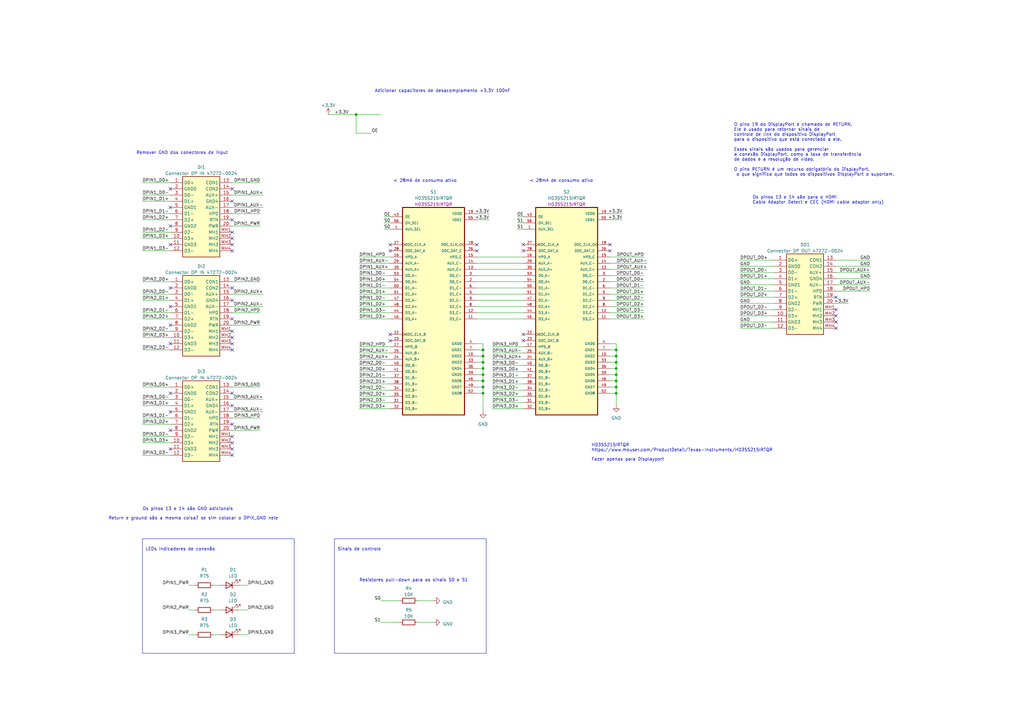
<source format=kicad_sch>
(kicad_sch (version 20230121) (generator eeschema)
  (paper "A3")
  (title_block (title "KVM Switch - Displayport Module") (rev "1") (comment 1 "Module DisplayPort 1.4 Switch 3:1"))
  (lib_symbols
    (symbol "Connector_Displayport:47272-0024"
      (property "Reference" "J?" (at 12.7 6.35 0))
      (property "Value" "Connector DP 47272-0024" (at 12.7 3.81 0))
      (symbol "47272-0024_1_1"
        (rectangle (start 5.08 2.54) (end 20.32 -30.48) (stroke (width 0.254)) (fill (type background)))
        (pin passive line (at 0 0 0) (length 5.08) (name "D0+") (number "1"))
        (pin passive line (at 0 -22.86 0) (length 5.08) (name "D3+") (number "10"))
        (pin passive line (at 0 -25.4 0) (length 5.08) (name "GND3") (number "11"))
        (pin passive line (at 0 -27.94 0) (length 5.08) (name "D3-") (number "12"))
        (pin passive line (at 25.4 0 180) (length 5.08) (name "CON1") (number "13"))
        (pin passive line (at 25.4 -2.54 180) (length 5.08) (name "CON2") (number "14"))
        (pin passive line (at 25.4 -5.08 180) (length 5.08) (name "AUX+") (number "15"))
        (pin passive line (at 25.4 -7.62 180) (length 5.08) (name "GND4") (number "16"))
        (pin passive line (at 25.4 -10.16 180) (length 5.08) (name "AUX-") (number "17"))
        (pin passive line (at 25.4 -12.7 180) (length 5.08) (name "HPD") (number "18"))
        (pin passive line (at 25.4 -15.24 180) (length 5.08) (name "RTN") (number "19"))
        (pin passive line (at 0 -2.54 0) (length 5.08) (name "GND0") (number "2"))
        (pin passive line (at 25.4 -17.78 180) (length 5.08) (name "PWR") (number "20"))
        (pin passive line (at 0 -5.08 0) (length 5.08) (name "D0-") (number "3"))
        (pin passive line (at 0 -7.62 0) (length 5.08) (name "D1+") (number "4"))
        (pin passive line (at 0 -10.16 0) (length 5.08) (name "GND1") (number "5"))
        (pin passive line (at 0 -12.7 0) (length 5.08) (name "D1-") (number "6"))
        (pin passive line (at 0 -15.24 0) (length 5.08) (name "D2+") (number "7"))
        (pin passive line (at 0 -17.78 0) (length 5.08) (name "GND2") (number "8"))
        (pin passive line (at 0 -20.32 0) (length 5.08) (name "D2-") (number "9"))
        (pin passive line (at 25.4 -20.32 180) (length 5.08) (name "MH1") (number "MH1"))
        (pin passive line (at 25.4 -22.86 180) (length 5.08) (name "MH2") (number "MH2"))
        (pin passive line (at 25.4 -25.4 180) (length 5.08) (name "MH3") (number "MH3"))
        (pin passive line (at 25.4 -27.94 180) (length 5.08) (name "MH4") (number "MH4"))
      )
    )
    (symbol "Device:LED" (pin_numbers hide) (pin_names (offset 1.016) hide)
      (property "Reference" "D" (at 0 2.54 0))
      (property "Value" "LED" (at 0 -2.54 0))
      (symbol "LED_0_1"
        (polyline (pts (xy -1.27 -1.27) (xy -1.27 1.27)) (stroke (width 0.254)))
        (polyline (pts (xy -1.27 0) (xy 1.27 0)))
        (polyline (pts (xy 1.27 -1.27) (xy 1.27 1.27) (xy -1.27 0) (xy 1.27 -1.27)) (stroke (width 0.254)))
        (polyline (pts (xy -3.048 -0.762) (xy -4.572 -2.286) (xy -3.81 -2.286) (xy -4.572 -2.286) (xy -4.572 -1.524)))
        (polyline (pts (xy -1.778 -0.762) (xy -3.302 -2.286) (xy -2.54 -2.286) (xy -3.302 -2.286) (xy -3.302 -1.524)))
      )
      (symbol "LED_1_1"
        (pin passive line (at -3.81 0 0) (length 2.54) (name "K") (number "1"))
        (pin passive line (at 3.81 0 180) (length 2.54) (name "A") (number "2"))
      )
    )
    (symbol "Device:R" (pin_numbers hide) (pin_names (offset 0))
      (property "Reference" "R" (at 2.032 0 90))
      (property "Value" "R" (at 0 0 90))
      (symbol "R_0_1"
        (rectangle (start -1.016 -2.54) (end 1.016 2.54) (stroke (width 0.254)))
      )
      (symbol "R_1_1"
        (pin passive line (at 0 3.81 270) (length 1.27) (name "~") (number "1"))
        (pin passive line (at 0 -3.81 90) (length 1.27) (name "~") (number "2"))
      )
    )
    (symbol "Differential Switch:HD3SS215IRTQR" (pin_names (offset 1.016))
      (property "Reference" "S?" (at 0 64.77 0))
      (property "Value" "HD3SS215IRTQR" (at 0 62.23 0))
      (property "Manufacturer Part Number" "HD3SS215IRTQR" (at 0 34.29 90))
      (symbol "HD3SS215IRTQR_0_0"
        (rectangle (start -12.7 60.96) (end 12.7 -24.13) (stroke (width 0.41)) (fill (type background)))
        (pin input line (at -17.78 52.07 0) (length 5.08) (name "AUX_SEL") (number "1"))
        (pin input line (at -17.78 57.15 0) (length 5.08) (name "OE") (number "43"))
        (pin input line (at -17.78 54.61 0) (length 5.08) (name "DX_SEL") (number "56"))
      )
      (symbol "HD3SS215IRTQR_1_0"
        (pin power_in line (at 17.78 0 180) (length 5.08) (name "GND2") (number "10"))
        (pin bidirectional line (at 17.78 15.24 180) (length 5.08) (name "D3_C+") (number "11"))
        (pin bidirectional line (at 17.78 17.78 180) (length 5.08) (name "D3_C-") (number "12"))
        (pin bidirectional line (at 17.78 35.56 180) (length 5.08) (name "AUX_C+") (number "13"))
        (pin bidirectional line (at 17.78 38.1 180) (length 5.08) (name "AUX_C-") (number "14"))
        (pin bidirectional line (at 17.78 40.64 180) (length 5.08) (name "HPD_C") (number "15"))
        (pin bidirectional line (at -17.78 40.64 0) (length 5.08) (name "HPD_A") (number "16"))
        (pin bidirectional line (at -17.78 3.81 0) (length 5.08) (name "HPD_B") (number "17"))
        (pin input clock (at 17.78 45.72 180) (length 5.08) (name "DDC_CLK_C") (number "18"))
        (pin power_in line (at 17.78 58.42 180) (length 5.08) (name "VDD0") (number "19"))
        (pin bidirectional line (at 17.78 30.48 180) (length 5.08) (name "D0_C+") (number "2"))
        (pin no_connect line (at -2.54 -29.21 90) (length 5.08) hide (name "NC0") (number "20"))
        (pin no_connect line (at 0 -29.21 90) (length 5.08) hide (name "NC1") (number "21"))
        (pin input clock (at -17.78 8.89 0) (length 5.08) (name "DDC_CLK_B") (number "22"))
        (pin bidirectional line (at -17.78 6.35 0) (length 5.08) (name "DDC_DAT_B") (number "23"))
        (pin bidirectional line (at -17.78 -1.27 0) (length 5.08) (name "AUX_B+") (number "24"))
        (pin bidirectional line (at -17.78 1.27 0) (length 5.08) (name "AUX_B-") (number "25"))
        (pin bidirectional line (at 17.78 43.18 180) (length 5.08) (name "DDC_DAT_C") (number "26"))
        (pin input clock (at -17.78 45.72 0) (length 5.08) (name "DDC_CLK_A") (number "27"))
        (pin bidirectional line (at -17.78 43.18 0) (length 5.08) (name "DDC_DAT_A") (number "28"))
        (pin bidirectional line (at -17.78 38.1 0) (length 5.08) (name "AUX_A-") (number "29"))
        (pin bidirectional line (at 17.78 33.02 180) (length 5.08) (name "D0_C-") (number "3"))
        (pin bidirectional line (at -17.78 35.56 0) (length 5.08) (name "AUX_A+") (number "30"))
        (pin bidirectional line (at -17.78 -19.05 0) (length 5.08) (name "D3_B-") (number "31"))
        (pin bidirectional line (at -17.78 -21.59 0) (length 5.08) (name "D3_B+") (number "32"))
        (pin power_in line (at 17.78 -2.54 180) (length 5.08) (name "GND3") (number "33"))
        (pin bidirectional line (at -17.78 -13.97 0) (length 5.08) (name "D2_B-") (number "34"))
        (pin bidirectional line (at -17.78 -16.51 0) (length 5.08) (name "D2_B+") (number "35"))
        (pin power_in line (at 17.78 -5.08 180) (length 5.08) (name "GND4") (number "36"))
        (pin bidirectional line (at -17.78 -8.89 0) (length 5.08) (name "D1_B-") (number "37"))
        (pin bidirectional line (at -17.78 -11.43 0) (length 5.08) (name "D1_B+") (number "38"))
        (pin power_in line (at 17.78 -7.62 180) (length 5.08) (name "GND5") (number "39"))
        (pin power_in line (at 17.78 5.08 180) (length 5.08) (name "GND0") (number "4"))
        (pin bidirectional line (at -17.78 -3.81 0) (length 5.08) (name "D0_B-") (number "40"))
        (pin bidirectional line (at -17.78 -6.35 0) (length 5.08) (name "D0_B+") (number "41"))
        (pin no_connect line (at 2.54 -29.21 90) (length 5.08) hide (name "NC2") (number "42"))
        (pin bidirectional line (at -17.78 17.78 0) (length 5.08) (name "D3_A-") (number "44"))
        (pin bidirectional line (at -17.78 15.24 0) (length 5.08) (name "D3_A+") (number "45"))
        (pin power_in line (at 17.78 -10.16 180) (length 5.08) (name "GND6") (number "46"))
        (pin bidirectional line (at -17.78 22.86 0) (length 5.08) (name "D2_A-") (number "47"))
        (pin bidirectional line (at -17.78 20.32 0) (length 5.08) (name "D2_A+") (number "48"))
        (pin power_in line (at 17.78 -12.7 180) (length 5.08) (name "GND7") (number "49"))
        (pin bidirectional line (at 17.78 25.4 180) (length 5.08) (name "D1_C+") (number "5"))
        (pin bidirectional line (at -17.78 27.94 0) (length 5.08) (name "D1_A-") (number "50"))
        (pin bidirectional line (at -17.78 25.4 0) (length 5.08) (name "D1_A+") (number "51"))
        (pin power_in line (at 17.78 -15.24 180) (length 5.08) (name "GND8") (number "52"))
        (pin bidirectional line (at -17.78 33.02 0) (length 5.08) (name "D0_A-") (number "53"))
        (pin bidirectional line (at -17.78 30.48 0) (length 5.08) (name "D0_A+") (number "54"))
        (pin power_in line (at 17.78 55.88 180) (length 5.08) (name "VDD1") (number "55"))
        (pin bidirectional line (at 17.78 27.94 180) (length 5.08) (name "D1_C-") (number "6"))
        (pin power_in line (at 17.78 2.54 180) (length 5.08) (name "GND1") (number "7"))
        (pin bidirectional line (at 17.78 20.32 180) (length 5.08) (name "D2_C+") (number "8"))
        (pin bidirectional line (at 17.78 22.86 180) (length 5.08) (name "D2_C-") (number "9"))
      )
    )
    (symbol "power:+3.3V" (power) (pin_names (offset 0))
      (property "Value" "+3.3V" (at 0 3.556 0))
      (symbol "+3.3V_0_1"
        (polyline (pts (xy -0.762 1.27) (xy 0 2.54)))
        (polyline (pts (xy 0 0) (xy 0 2.54)))
        (polyline (pts (xy 0 2.54) (xy 0.762 1.27)))
      )
      (symbol "+3.3V_1_1"
        (pin power_in line (at 0 0 90) (length 0) hide (name "+3.3V") (number "1"))
      )
    )
    (symbol "power:GND" (power) (pin_names (offset 0))
      (property "Value" "GND" (at 0 -3.81 0))
      (symbol "GND_0_1"
        (polyline (pts (xy 0 0) (xy 0 -1.27) (xy 1.27 -1.27) (xy 0 -2.54) (xy -1.27 -1.27) (xy 0 -1.27)))
      )
      (symbol "GND_1_1"
        (pin power_in line (at 0 0 270) (length 0) hide (name "GND") (number "1"))
      )
    )
  )
  (junction (at 252.73 156.21))
  (junction (at 146.05 46.99))
  (junction (at 198.12 161.29))
  (junction (at 198.12 146.05))
  (junction (at 252.73 161.29))
  (junction (at 198.12 143.51))
  (junction (at 198.12 156.21))
  (junction (at 198.12 151.13))
  (junction (at 198.12 148.59))
  (junction (at 252.73 151.13))
  (junction (at 252.73 148.59))
  (junction (at 198.12 158.75))
  (junction (at 252.73 158.75))
  (junction (at 252.73 153.67))
  (junction (at 252.73 143.51))
  (junction (at 198.12 153.67))
  (junction (at 252.73 146.05))
  (no_connect (at 95.25 135.89))
  (no_connect (at 95.25 77.47))
  (no_connect (at 95.25 138.43))
  (no_connect (at 95.25 184.15))
  (no_connect (at 69.85 140.97))
  (no_connect (at 250.19 102.87))
  (no_connect (at 95.25 100.33))
  (no_connect (at 69.85 176.53))
  (no_connect (at 69.85 133.35))
  (no_connect (at 214.63 139.7))
  (no_connect (at 95.25 102.87))
  (no_connect (at 160.02 100.33))
  (no_connect (at 69.85 184.15))
  (no_connect (at 160.02 102.87))
  (no_connect (at 214.63 100.33))
  (no_connect (at 160.02 137.16))
  (no_connect (at 95.25 173.99))
  (no_connect (at 95.25 130.81))
  (no_connect (at 95.25 166.37))
  (no_connect (at 69.85 161.29))
  (no_connect (at 95.25 95.25))
  (no_connect (at 69.85 125.73))
  (no_connect (at 195.58 100.33))
  (no_connect (at 195.58 102.87))
  (no_connect (at 95.25 140.97))
  (no_connect (at 95.25 179.07))
  (no_connect (at 69.85 92.71))
  (no_connect (at 95.25 186.69))
  (no_connect (at 69.85 77.47))
  (no_connect (at 342.9 132.08))
  (no_connect (at 160.02 139.7))
  (no_connect (at 342.9 121.92))
  (no_connect (at 342.9 129.54))
  (no_connect (at 342.9 127))
  (no_connect (at 95.25 118.11))
  (no_connect (at 342.9 134.62))
  (no_connect (at 69.85 168.91))
  (no_connect (at 95.25 143.51))
  (no_connect (at 95.25 161.29))
  (no_connect (at 214.63 137.16))
  (no_connect (at 214.63 102.87))
  (no_connect (at 250.19 100.33))
  (no_connect (at 95.25 82.55))
  (no_connect (at 69.85 100.33))
  (no_connect (at 69.85 118.11))
  (no_connect (at 95.25 97.79))
  (no_connect (at 69.85 85.09))
  (no_connect (at 95.25 123.19))
  (no_connect (at 95.25 181.61))
  (no_connect (at 95.25 90.17))
  (wire (pts (xy 252.73 148.59) (xy 252.73 151.13)))
  (wire (pts (xy 195.58 107.95) (xy 214.63 107.95)))
  (wire (pts (xy 147.32 128.27) (xy 160.02 128.27)))
  (wire (pts (xy 214.63 130.81) (xy 195.58 130.81)))
  (wire (pts (xy 250.19 130.81) (xy 264.16 130.81)))
  (wire (pts (xy 95.25 163.83) (xy 107.95 163.83)))
  (wire (pts (xy 147.32 120.65) (xy 160.02 120.65)))
  (wire (pts (xy 195.58 90.17) (xy 200.66 90.17)))
  (wire (pts (xy 212.09 91.44) (xy 214.63 91.44)))
  (wire (pts (xy 146.05 46.99) (xy 156.21 46.99)))
  (wire (pts (xy 201.93 157.48) (xy 214.63 157.48)))
  (wire (pts (xy 58.42 82.55) (xy 69.85 82.55)))
  (wire (pts (xy 317.5 111.76) (xy 303.53 111.76)))
  (wire (pts (xy 147.32 152.4) (xy 160.02 152.4)))
  (wire (pts (xy 342.9 114.3) (xy 356.87 114.3)))
  (wire (pts (xy 147.32 167.64) (xy 160.02 167.64)))
  (wire (pts (xy 195.58 113.03) (xy 214.63 113.03)))
  (wire (pts (xy 250.19 146.05) (xy 252.73 146.05)))
  (wire (pts (xy 146.05 54.61) (xy 152.4 54.61)))
  (wire (pts (xy 250.19 115.57) (xy 264.16 115.57)))
  (wire (pts (xy 147.32 147.32) (xy 160.02 147.32)))
  (wire (pts (xy 106.68 74.93) (xy 95.25 74.93)))
  (wire (pts (xy 77.47 240.03) (xy 80.01 240.03)))
  (wire (pts (xy 147.32 110.49) (xy 160.02 110.49)))
  (wire (pts (xy 58.42 128.27) (xy 69.85 128.27)))
  (wire (pts (xy 198.12 148.59) (xy 198.12 146.05)))
  (wire (pts (xy 201.93 167.64) (xy 214.63 167.64)))
  (wire (pts (xy 201.93 154.94) (xy 214.63 154.94)))
  (wire (pts (xy 214.63 125.73) (xy 195.58 125.73)))
  (wire (pts (xy 317.5 106.68) (xy 303.53 106.68)))
  (wire (pts (xy 147.32 115.57) (xy 160.02 115.57)))
  (wire (pts (xy 58.42 166.37) (xy 69.85 166.37)))
  (wire (pts (xy 77.47 260.35) (xy 80.01 260.35)))
  (wire (pts (xy 106.68 115.57) (xy 95.25 115.57)))
  (wire (pts (xy 195.58 161.29) (xy 198.12 161.29)))
  (wire (pts (xy 198.12 158.75) (xy 198.12 156.21)))
  (wire (pts (xy 342.9 124.46) (xy 347.98 124.46)))
  (wire (pts (xy 147.32 105.41) (xy 160.02 105.41)))
  (wire (pts (xy 97.79 240.03) (xy 101.6 240.03)))
  (wire (pts (xy 58.42 90.17) (xy 69.85 90.17)))
  (wire (pts (xy 250.19 143.51) (xy 252.73 143.51)))
  (wire (pts (xy 201.93 152.4) (xy 214.63 152.4)))
  (wire (pts (xy 156.21 246.38) (xy 163.83 246.38)))
  (wire (pts (xy 134.62 46.99) (xy 146.05 46.99)))
  (wire (pts (xy 58.42 80.01) (xy 69.85 80.01)))
  (wire (pts (xy 317.5 121.92) (xy 303.53 121.92)))
  (wire (pts (xy 147.32 142.24) (xy 160.02 142.24)))
  (wire (pts (xy 198.12 153.67) (xy 198.12 151.13)))
  (wire (pts (xy 58.42 143.51) (xy 69.85 143.51)))
  (wire (pts (xy 58.42 173.99) (xy 69.85 173.99)))
  (wire (pts (xy 250.19 110.49) (xy 265.43 110.49)))
  (wire (pts (xy 252.73 146.05) (xy 252.73 143.51)))
  (wire (pts (xy 195.58 156.21) (xy 198.12 156.21)))
  (wire (pts (xy 195.58 128.27) (xy 214.63 128.27)))
  (wire (pts (xy 342.9 119.38) (xy 356.87 119.38)))
  (wire (pts (xy 317.5 114.3) (xy 303.53 114.3)))
  (wire (pts (xy 195.58 146.05) (xy 198.12 146.05)))
  (wire (pts (xy 58.42 95.25) (xy 69.85 95.25)))
  (wire (pts (xy 201.93 162.56) (xy 214.63 162.56)))
  (wire (pts (xy 147.32 162.56) (xy 160.02 162.56)))
  (wire (pts (xy 95.25 176.53) (xy 106.68 176.53)))
  (wire (pts (xy 147.32 107.95) (xy 160.02 107.95)))
  (wire (pts (xy 147.32 123.19) (xy 160.02 123.19)))
  (wire (pts (xy 198.12 146.05) (xy 198.12 143.51)))
  (wire (pts (xy 317.5 124.46) (xy 303.53 124.46)))
  (wire (pts (xy 58.42 179.07) (xy 69.85 179.07)))
  (wire (pts (xy 195.58 123.19) (xy 214.63 123.19)))
  (wire (pts (xy 58.42 163.83) (xy 69.85 163.83)))
  (wire (pts (xy 97.79 250.19) (xy 101.6 250.19)))
  (wire (pts (xy 317.5 129.54) (xy 303.53 129.54)))
  (wire (pts (xy 250.19 161.29) (xy 252.73 161.29)))
  (wire (pts (xy 252.73 158.75) (xy 252.73 156.21)))
  (wire (pts (xy 250.19 151.13) (xy 252.73 151.13)))
  (wire (pts (xy 201.93 142.24) (xy 214.63 142.24)))
  (wire (pts (xy 250.19 118.11) (xy 264.16 118.11)))
  (wire (pts (xy 317.5 119.38) (xy 303.53 119.38)))
  (wire (pts (xy 95.25 168.91) (xy 107.95 168.91)))
  (wire (pts (xy 252.73 143.51) (xy 252.73 140.97)))
  (wire (pts (xy 198.12 148.59) (xy 198.12 151.13)))
  (wire (pts (xy 58.42 97.79) (xy 69.85 97.79)))
  (wire (pts (xy 317.5 116.84) (xy 303.53 116.84)))
  (wire (pts (xy 250.19 156.21) (xy 252.73 156.21)))
  (wire (pts (xy 250.19 125.73) (xy 264.16 125.73)))
  (wire (pts (xy 147.32 118.11) (xy 160.02 118.11)))
  (wire (pts (xy 252.73 161.29) (xy 252.73 158.75)))
  (wire (pts (xy 317.5 127) (xy 303.53 127)))
  (wire (pts (xy 107.95 85.09) (xy 95.25 85.09)))
  (wire (pts (xy 317.5 132.08) (xy 303.53 132.08)))
  (wire (pts (xy 195.58 115.57) (xy 214.63 115.57)))
  (wire (pts (xy 201.93 165.1) (xy 214.63 165.1)))
  (wire (pts (xy 58.42 115.57) (xy 69.85 115.57)))
  (wire (pts (xy 106.68 158.75) (xy 95.25 158.75)))
  (wire (pts (xy 147.32 149.86) (xy 160.02 149.86)))
  (wire (pts (xy 147.32 113.03) (xy 160.02 113.03)))
  (wire (pts (xy 156.21 255.27) (xy 163.83 255.27)))
  (wire (pts (xy 214.63 110.49) (xy 195.58 110.49)))
  (wire (pts (xy 146.05 54.61) (xy 146.05 46.99)))
  (wire (pts (xy 157.48 93.98) (xy 160.02 93.98)))
  (wire (pts (xy 95.25 92.71) (xy 106.68 92.71)))
  (wire (pts (xy 250.19 107.95) (xy 265.43 107.95)))
  (wire (pts (xy 212.09 88.9) (xy 214.63 88.9)))
  (wire (pts (xy 252.73 148.59) (xy 252.73 146.05)))
  (wire (pts (xy 250.19 105.41) (xy 264.16 105.41)))
  (wire (pts (xy 250.19 153.67) (xy 252.73 153.67)))
  (wire (pts (xy 147.32 160.02) (xy 160.02 160.02)))
  (wire (pts (xy 157.48 88.9) (xy 160.02 88.9)))
  (wire (pts (xy 201.93 144.78) (xy 214.63 144.78)))
  (wire (pts (xy 195.58 143.51) (xy 198.12 143.51)))
  (wire (pts (xy 342.9 116.84) (xy 356.87 116.84)))
  (wire (pts (xy 106.68 128.27) (xy 95.25 128.27)))
  (wire (pts (xy 250.19 90.17) (xy 255.27 90.17)))
  (wire (pts (xy 58.42 158.75) (xy 69.85 158.75)))
  (wire (pts (xy 250.19 123.19) (xy 264.16 123.19)))
  (wire (pts (xy 198.12 161.29) (xy 198.12 168.91)))
  (wire (pts (xy 147.32 125.73) (xy 160.02 125.73)))
  (wire (pts (xy 198.12 143.51) (xy 198.12 140.97)))
  (wire (pts (xy 87.63 260.35) (xy 90.17 260.35)))
  (wire (pts (xy 252.73 153.67) (xy 252.73 151.13)))
  (wire (pts (xy 95.25 120.65) (xy 107.95 120.65)))
  (wire (pts (xy 147.32 165.1) (xy 160.02 165.1)))
  (wire (pts (xy 201.93 160.02) (xy 214.63 160.02)))
  (wire (pts (xy 87.63 240.03) (xy 90.17 240.03)))
  (wire (pts (xy 95.25 125.73) (xy 107.95 125.73)))
  (wire (pts (xy 87.63 250.19) (xy 90.17 250.19)))
  (wire (pts (xy 58.42 186.69) (xy 69.85 186.69)))
  (wire (pts (xy 171.45 246.38) (xy 177.8 246.38)))
  (wire (pts (xy 250.19 120.65) (xy 264.16 120.65)))
  (wire (pts (xy 342.9 106.68) (xy 356.87 106.68)))
  (wire (pts (xy 58.42 120.65) (xy 69.85 120.65)))
  (wire (pts (xy 198.12 140.97) (xy 195.58 140.97)))
  (wire (pts (xy 195.58 151.13) (xy 198.12 151.13)))
  (wire (pts (xy 195.58 120.65) (xy 214.63 120.65)))
  (wire (pts (xy 250.19 128.27) (xy 264.16 128.27)))
  (wire (pts (xy 147.32 154.94) (xy 160.02 154.94)))
  (wire (pts (xy 252.73 140.97) (xy 250.19 140.97)))
  (wire (pts (xy 250.19 148.59) (xy 252.73 148.59)))
  (wire (pts (xy 97.79 260.35) (xy 101.6 260.35)))
  (wire (pts (xy 250.19 87.63) (xy 255.27 87.63)))
  (wire (pts (xy 198.12 156.21) (xy 198.12 153.67)))
  (wire (pts (xy 58.42 74.93) (xy 69.85 74.93)))
  (wire (pts (xy 58.42 181.61) (xy 69.85 181.61)))
  (wire (pts (xy 58.42 123.19) (xy 69.85 123.19)))
  (wire (pts (xy 95.25 133.35) (xy 106.68 133.35)))
  (wire (pts (xy 157.48 91.44) (xy 160.02 91.44)))
  (wire (pts (xy 317.5 134.62) (xy 303.53 134.62)))
  (wire (pts (xy 201.93 149.86) (xy 214.63 149.86)))
  (wire (pts (xy 58.42 135.89) (xy 69.85 135.89)))
  (wire (pts (xy 250.19 113.03) (xy 264.16 113.03)))
  (wire (pts (xy 342.9 111.76) (xy 356.87 111.76)))
  (wire (pts (xy 195.58 153.67) (xy 198.12 153.67)))
  (wire (pts (xy 58.42 87.63) (xy 69.85 87.63)))
  (wire (pts (xy 342.9 109.22) (xy 356.87 109.22)))
  (wire (pts (xy 77.47 250.19) (xy 80.01 250.19)))
  (wire (pts (xy 58.42 138.43) (xy 69.85 138.43)))
  (wire (pts (xy 58.42 171.45) (xy 69.85 171.45)))
  (wire (pts (xy 201.93 147.32) (xy 214.63 147.32)))
  (wire (pts (xy 250.19 158.75) (xy 252.73 158.75)))
  (wire (pts (xy 214.63 118.11) (xy 195.58 118.11)))
  (wire (pts (xy 58.42 102.87) (xy 69.85 102.87)))
  (wire (pts (xy 252.73 161.29) (xy 252.73 166.37)))
  (wire (pts (xy 107.95 80.01) (xy 95.25 80.01)))
  (wire (pts (xy 195.58 105.41) (xy 214.63 105.41)))
  (wire (pts (xy 147.32 157.48) (xy 160.02 157.48)))
  (wire (pts (xy 171.45 255.27) (xy 177.8 255.27)))
  (wire (pts (xy 147.32 130.81) (xy 160.02 130.81)))
  (wire (pts (xy 195.58 158.75) (xy 198.12 158.75)))
  (wire (pts (xy 106.68 171.45) (xy 95.25 171.45)))
  (wire (pts (xy 106.68 87.63) (xy 95.25 87.63)))
  (wire (pts (xy 252.73 156.21) (xy 252.73 153.67)))
  (wire (pts (xy 212.09 93.98) (xy 214.63 93.98)))
  (wire (pts (xy 198.12 161.29) (xy 198.12 158.75)))
  (wire (pts (xy 195.58 148.59) (xy 198.12 148.59)))
  (wire (pts (xy 317.5 109.22) (xy 303.53 109.22)))
  (wire (pts (xy 195.58 87.63) (xy 200.66 87.63)))
  (wire (pts (xy 147.32 144.78) (xy 160.02 144.78)))
  (wire (pts (xy 58.42 130.81) (xy 69.85 130.81)))
  (rectangle (start 58.42 220.98) (end 120.65 267.97))
  (rectangle (start 137.16 220.98) (end 199.39 267.97))
  (text "< 28mA de consumo ativo" (at 161.29 74.93 0) (effects (font (size 1.27 1.27)) (justify left bottom)))
  (text "Resistores pull-down para os sinais S0 e S1" (at 147.32 238.76 0) (effects (font (size 1.27 1.27)) (justify left bottom)))
  (text "Os pinos 13 e 14 são para o HDMI\nCable Adaptor Detect e CEC (HDMI cable adaptor only)" (at 308.61 83.82 0) (effects (font (size 1.27 1.27)) (justify left bottom)))
  (text "Os pinos 13 e 14 são GND adicionais" (at 58.42 209.55 0) (effects (font (size 1.27 1.27)) (justify left bottom)))
  (text "< 28mA de consumo ativo" (at 217.17 74.93 0) (effects (font (size 1.27 1.27)) (justify left bottom)))
  (text "Adicionar capacitores de desacomplamento +3.3V 100nF" (at 153.67 38.1 0) (effects (font (size 1.27 1.27)) (justify left bottom)))
  (text "Remover GND dos conectores de input" (at 55.88 63.5 0) (effects (font (size 1.27 1.27)) (justify left bottom)))
  (text "Return e ground são a mesma coisa? se sim colocar o DPIX_GND nele" (at 44.45 213.36 0) (effects (font (size 1.27 1.27)) (justify left bottom)))
  (text "Sinais de controle" (at 138.43 226.06 0) (effects (font (size 1.27 1.27)) (justify left bottom)))
  (text "LEDs indicadores de conexão" (at 59.69 226.06 0) (effects (font (size 1.27 1.27)) (justify left bottom)))
  (text "O pino 19 do DisplayPort é chamado de RETURN.\nEle é usado para retornar sinais de \ncontrole de link do dispositivo DisplayPort \npara o dispositivo que está conectado a ele. \n\nEsses sinais são usados para gerenciar\na conexão DisplayPort, como a taxa de transferência \nde dados e a resolução de vídeo.\n\nO pino RETURN é um recurso obrigatório do DisplayPort,\n o que significa que todos os dispositivos DisplayPort o suportam." (at 300.99 72.39 0) (effects (font (size 1.27 1.27)) (justify left bottom)))
  (text "Fazer apenas para Displayport" (at 242.57 189.23 0) (effects (font (size 1.27 1.27)) (justify left bottom)))
  (text "HD3SS215IRTQR\nhttps://www.mouser.com/ProductDetail/Texas-Instruments/HD3SS215IRTQR" (at 242.57 185.42 0) (effects (font (size 1.27 1.27)) (justify left bottom)))
  (label "DPIN2_AUX-" (at 147.32 144.78 0))
  (label "DPIN3_D0-" (at 201.93 149.86 0))
  (label "DPIN3_AUX+" (at 107.95 163.83 180))
  (label "DPIN1_D0+" (at 58.42 74.93 0))
  (label "DPIN2_PWR" (at 106.68 133.35 180))
  (label "DPIN2_D1-" (at 147.32 154.94 0))
  (label "DPIN2_AUX+" (at 147.32 147.32 0))
  (label "DPOUT_D2+" (at 264.16 125.73 180))
  (label "DPIN2_HPD" (at 147.32 142.24 0))
  (label "DPIN3_D1-" (at 201.93 154.94 0))
  (label "DPIN3_HPD" (at 106.68 171.45 180))
  (label "DPOUT_D1+" (at 303.53 114.3 0))
  (label "DPIN2_D0+" (at 147.32 152.4 0))
  (label "DPIN1_PWR" (at 106.68 92.71 180))
  (label "DPIN3_D2+" (at 201.93 162.56 0))
  (label "GND" (at 356.87 114.3 180))
  (label "DPIN1_D0+" (at 147.32 115.57 0))
  (label "+3.3V" (at 347.98 124.46 180))
  (label "DPIN2_D1+" (at 147.32 157.48 0))
  (label "+3.3V" (at 200.66 90.17 180))
  (label "+3.3V" (at 255.27 87.63 180))
  (label "S0" (at 157.48 93.98 0))
  (label "DPIN1_D0-" (at 147.32 113.03 0))
  (label "DPIN3_D2+" (at 58.42 173.99 0))
  (label "DPOUT_HPD" (at 356.87 119.38 180))
  (label "DPIN1_D2-" (at 147.32 123.19 0))
  (label "DPOUT_AUX+" (at 356.87 111.76 180))
  (label "GND" (at 303.53 132.08 0))
  (label "DPIN2_HPD" (at 106.68 128.27 180))
  (label "DPIN3_D2-" (at 58.42 179.07 0))
  (label "DPIN2_AUX-" (at 107.95 125.73 180))
  (label "DPIN1_GND" (at 106.68 74.93 180))
  (label "DPIN3_GND" (at 106.68 158.75 180))
  (label "S0" (at 156.21 246.38 180))
  (label "DPIN2_D2+" (at 58.42 130.81 0))
  (label "DPIN1_D0-" (at 58.42 80.01 0))
  (label "+3.3V" (at 200.66 87.63 180))
  (label "DPOUT_D0+" (at 303.53 106.68 0))
  (label "DPIN1_AUX+" (at 107.95 80.01 180))
  (label "DPIN1_D1-" (at 147.32 118.11 0))
  (label "DPIN1_D3+" (at 147.32 130.81 0))
  (label "DPIN3_D3-" (at 201.93 165.1 0))
  (label "DPOUT_D0-" (at 303.53 111.76 0))
  (label "DPIN3_PWR" (at 77.47 260.35 180))
  (label "S0" (at 157.48 91.44 0))
  (label "DPIN2_PWR" (at 77.47 250.19 180))
  (label "DPOUT_D3+" (at 264.16 130.81 180))
  (label "DPIN1_D2-" (at 58.42 95.25 0))
  (label "DPIN2_GND" (at 106.68 115.57 180))
  (label "DPIN1_AUX-" (at 147.32 107.95 0))
  (label "DPIN1_AUX+" (at 147.32 110.49 0))
  (label "DPOUT_D2-" (at 303.53 127 0))
  (label "GND" (at 303.53 116.84 0))
  (label "GND" (at 303.53 109.22 0))
  (label "OE" (at 152.4 54.61 0))
  (label "DPIN3_D2-" (at 201.93 160.02 0))
  (label "DPIN2_D3-" (at 58.42 143.51 0))
  (label "GND" (at 356.87 109.22 180))
  (label "DPOUT_D0+" (at 264.16 115.57 180))
  (label "DPIN2_D2-" (at 147.32 160.02 0))
  (label "DPIN3_HPD" (at 201.93 142.24 0))
  (label "DPOUT_D2+" (at 303.53 121.92 0))
  (label "OE" (at 157.48 88.9 0))
  (label "DPIN2_GND" (at 101.6 250.19 0))
  (label "DPIN2_D3+" (at 58.42 138.43 0))
  (label "DPOUT_AUX+" (at 265.43 110.49 180))
  (label "DPIN1_D2+" (at 58.42 90.17 0))
  (label "S1" (at 212.09 93.98 0))
  (label "DPIN2_D2+" (at 147.32 162.56 0))
  (label "DPIN3_AUX-" (at 107.95 168.91 180))
  (label "DPIN3_D3+" (at 201.93 167.64 0))
  (label "DPIN3_PWR" (at 106.68 176.53 180))
  (label "DPIN1_D1+" (at 147.32 120.65 0))
  (label "DPIN2_D0+" (at 58.42 115.57 0))
  (label "DPOUT_D1-" (at 303.53 119.38 0))
  (label "DPIN1_HPD" (at 147.32 105.41 0))
  (label "DPIN3_D0+" (at 201.93 152.4 0))
  (label "S1" (at 156.21 255.27 180))
  (label "DPIN2_D0-" (at 58.42 120.65 0))
  (label "DPIN2_D0-" (at 147.32 149.86 0))
  (label "DPIN3_D0-" (at 58.42 163.83 0))
  (label "DPIN1_PWR" (at 77.47 240.03 180))
  (label "DPIN3_AUX+" (at 201.93 147.32 0))
  (label "DPIN3_D3-" (at 58.42 186.69 0))
  (label "DPIN2_D1-" (at 58.42 128.27 0))
  (label "DPOUT_HPD" (at 264.16 105.41 180))
  (label "DPIN1_D1+" (at 58.42 82.55 0))
  (label "DPIN3_AUX-" (at 201.93 144.78 0))
  (label "DPIN3_D1+" (at 58.42 166.37 0))
  (label "+3.3V" (at 137.16 46.99 0))
  (label "DPOUT_D2-" (at 264.16 123.19 180))
  (label "DPOUT_AUX-" (at 265.43 107.95 180))
  (label "DPIN1_D3+" (at 58.42 97.79 0))
  (label "+3.3V" (at 255.27 90.17 180))
  (label "DPIN3_D1+" (at 201.93 157.48 0))
  (label "DPOUT_D3-" (at 303.53 134.62 0))
  (label "DPOUT_D0-" (at 264.16 113.03 180))
  (label "DPIN1_D2+" (at 147.32 125.73 0))
  (label "DPIN1_HPD" (at 106.68 87.63 180))
  (label "DPIN3_D0+" (at 58.42 158.75 0))
  (label "DPIN1_GND" (at 101.6 240.03 0))
  (label "DPIN2_D3+" (at 147.32 167.64 0))
  (label "OE" (at 212.09 88.9 0))
  (label "GND" (at 303.53 124.46 0))
  (label "DPIN2_D1+" (at 58.42 123.19 0))
  (label "DPOUT_D1-" (at 264.16 118.11 180))
  (label "DPOUT_D3-" (at 264.16 128.27 180))
  (label "DPIN3_D1-" (at 58.42 171.45 0))
  (label "DPIN1_D3-" (at 58.42 102.87 0))
  (label "DPIN3_GND" (at 101.6 260.35 0))
  (label "DPOUT_AUX-" (at 356.87 116.84 180))
  (label "DPIN1_D3-" (at 147.32 128.27 0))
  (label "DPOUT_D3+" (at 303.53 129.54 0))
  (label "DPIN2_AUX+" (at 107.95 120.65 180))
  (label "DPOUT_D1+" (at 264.16 120.65 180))
  (label "GND" (at 356.87 106.68 180))
  (label "DPIN2_D2-" (at 58.42 135.89 0))
  (label "DPIN1_D1-" (at 58.42 87.63 0))
  (label "DPIN2_D3-" (at 147.32 165.1 0))
  (label "DPIN1_AUX-" (at 107.95 85.09 180))
  (label "S1" (at 212.09 91.44 0))
  (label "DPIN3_D3+" (at 58.42 181.61 0))
  (symbol (lib_id "Differential Switch:HD3SS215IRTQR") (at 232.41 146.05 0) (unit 1)
    (property "Reference" "S2" (at 232.41 78.74 0))
    (property "Value" "HD3SS215IRTQR" (at 232.41 81.28 0))
    (property "Footprint" "Package_DFN_QFN:QFN-56-1EP_8x8mm_P0.5mm_EP4.3x4.3mm_ThermalVias" (effects hide))
    (property "Datasheet" "https://www.ti.com/lit/ds/symlink/hd3ss215.pdf" (effects hide))
    (property "Package" "QFN50P800X800X100-57N" (effects hide))
    (property "Manufacturer" "Texas Instruments" (effects hide))
    (property "Manufacturer Part Number" "HD3SS215IRTQR" (at 232.41 83.82 0))
  )
  (symbol (lib_id "power:GND") (at 252.73 166.37 0) (unit 1)
    (property "Reference" "#PWR04" (effects hide))
    (property "Value" "GND" (at 252.73 171.45 0))
  )
  (symbol (lib_id "Connector_Displayport:47272-0024") (at 69.85 74.93 0) (unit 1)
    (property "Reference" "DI1" (at 82.55 68.58 0))
    (property "Value" "Connector DP IN 47272-0024" (at 82.55 71.12 0))
    (property "Footprint" "Connector_Displayport:47272-0024" (effects hide))
    (property "Datasheet" "https://www.molex.com/content/dam/molex/molex-dot-com/products/automated/en-us/salesdrawingpdf/472/47272/472720024_sd.pdf" (effects hide))
    (property "Height" "6.65" (effects hide))
    (property "Mouser Price/Stock" "https://www.mouser.co.uk/ProductDetail/Molex/47272-0024?qs=rg3U%2F5nEhHfnHvrPNTqZnQ%3D%3D" (effects hide))
    (property "Manufacturer Name" "Molex" (effects hide))
    (property "Manufacturer Part Number" "47272-0024" (effects hide))
  )
  (symbol (lib_id "Connector_Displayport:47272-0024") (at 317.5 106.68 0) (unit 1)
    (property "Reference" "DO1" (at 330.2 100.33 0))
    (property "Value" "Connector DP OUT 47272-0024" (at 330.2 102.87 0))
    (property "Footprint" "Connector_Displayport:47272-0024" (effects hide))
    (property "Datasheet" "https://www.molex.com/content/dam/molex/molex-dot-com/products/automated/en-us/salesdrawingpdf/472/47272/472720024_sd.pdf" (effects hide))
    (property "Height" "6.65" (effects hide))
    (property "Mouser Price/Stock" "https://www.mouser.co.uk/ProductDetail/Molex/47272-0024?qs=rg3U%2F5nEhHfnHvrPNTqZnQ%3D%3D" (effects hide))
    (property "Manufacturer Name" "Molex" (effects hide))
    (property "Manufacturer Part Number" "47272-0024" (effects hide))
  )
  (symbol (lib_id "power:GND") (at 198.12 168.91 0) (unit 1)
    (property "Reference" "#PWR03" (effects hide))
    (property "Value" "GND" (at 198.12 173.99 0))
  )
  (symbol (lib_id "Device:LED") (at 93.98 250.19 180) (unit 1)
    (property "Reference" "D2" (at 95.5675 243.84 0))
    (property "Value" "LED" (at 95.5675 246.38 0))
    (property "Footprint" "LED_SMD:LED_0805_2012Metric_Pad1.15x1.40mm_HandSolder" (effects hide))
  )
  (symbol (lib_id "Differential Switch:HD3SS215IRTQR") (at 177.8 146.05 0) (unit 1)
    (property "Reference" "S1" (at 177.8 78.74 0))
    (property "Value" "HD3SS215IRTQR" (at 177.8 81.28 0))
    (property "Footprint" "Package_DFN_QFN:QFN-56-1EP_8x8mm_P0.5mm_EP4.3x4.3mm_ThermalVias" (effects hide))
    (property "Datasheet" "https://www.ti.com/lit/ds/symlink/hd3ss215.pdf" (effects hide))
    (property "Package" "QFN50P800X800X100-57N" (effects hide))
    (property "Manufacturer" "Texas Instruments" (effects hide))
    (property "Manufacturer Part Number" "HD3SS215IRTQR" (at 177.8 83.82 0))
  )
  (symbol (lib_id "Connector_Displayport:47272-0024") (at 69.85 158.75 0) (unit 1)
    (property "Reference" "DI3" (at 82.55 152.4 0))
    (property "Value" "Connector DP IN 47272-0024" (at 82.55 154.94 0))
    (property "Footprint" "Connector_Displayport:47272-0024" (effects hide))
    (property "Datasheet" "https://www.molex.com/content/dam/molex/molex-dot-com/products/automated/en-us/salesdrawingpdf/472/47272/472720024_sd.pdf" (effects hide))
    (property "Height" "6.65" (effects hide))
    (property "Mouser Price/Stock" "https://www.mouser.co.uk/ProductDetail/Molex/47272-0024?qs=rg3U%2F5nEhHfnHvrPNTqZnQ%3D%3D" (effects hide))
    (property "Manufacturer Name" "Molex" (effects hide))
    (property "Manufacturer Part Number" "47272-0024" (effects hide))
  )
  (symbol (lib_id "Device:LED") (at 93.98 240.03 180) (unit 1)
    (property "Reference" "D1" (at 95.5675 233.68 0))
    (property "Value" "LED" (at 95.5675 236.22 0))
    (property "Footprint" "LED_SMD:LED_0805_2012Metric_Pad1.15x1.40mm_HandSolder" (effects hide))
  )
  (symbol (lib_id "Device:R") (at 83.82 240.03 90) (unit 1)
    (property "Reference" "R1" (at 83.82 233.68 90))
    (property "Value" "R75" (at 83.82 236.22 90))
    (property "Footprint" "Resistor_SMD:R_0805_2012Metric" (effects hide))
  )
  (symbol (lib_id "power:+3.3V") (at 134.62 46.99 0) (unit 1)
    (property "Reference" "#+3.3V01" (effects hide))
    (property "Value" "+3.3V" (at 134.62 43.18 0))
  )
  (symbol (lib_id "power:GND") (at 177.8 246.38 90) (unit 1)
    (property "Reference" "#PWR01" (effects hide))
    (property "Value" "GND" (at 181.61 247.015 90) (effects (justify right)))
  )
  (symbol (lib_id "Device:R") (at 83.82 260.35 90) (unit 1)
    (property "Reference" "R3" (at 83.82 254 90))
    (property "Value" "R75" (at 83.82 256.54 90))
    (property "Footprint" "Resistor_SMD:R_0805_2012Metric" (effects hide))
  )
  (symbol (lib_id "Device:R") (at 83.82 250.19 90) (unit 1)
    (property "Reference" "R2" (at 83.82 243.84 90))
    (property "Value" "R75" (at 83.82 246.38 90))
    (property "Footprint" "Resistor_SMD:R_0805_2012Metric" (effects hide))
  )
  (symbol (lib_id "Device:R") (at 167.64 246.38 90) (unit 1)
    (property "Reference" "R4" (at 167.64 241.3 90))
    (property "Value" "10K" (at 167.64 243.84 90))
    (property "Footprint" "Resistor_SMD:R_0805_2012Metric" (effects hide))
  )
  (symbol (lib_id "Device:R") (at 167.64 255.27 90) (unit 1)
    (property "Reference" "R5" (at 167.64 250.19 90))
    (property "Value" "10K" (at 167.64 252.73 90))
    (property "Footprint" "Resistor_SMD:R_0805_2012Metric" (effects hide))
  )
  (symbol (lib_id "power:GND") (at 177.8 255.27 90) (unit 1)
    (property "Reference" "#PWR02" (effects hide))
    (property "Value" "GND" (at 181.61 255.905 90) (effects (justify right)))
  )
  (symbol (lib_id "Connector_Displayport:47272-0024") (at 69.85 115.57 0) (unit 1)
    (property "Reference" "DI2" (at 82.55 109.22 0))
    (property "Value" "Connector DP IN 47272-0024" (at 82.55 111.76 0))
    (property "Footprint" "Connector_Displayport:47272-0024" (effects hide))
    (property "Datasheet" "https://www.molex.com/content/dam/molex/molex-dot-com/products/automated/en-us/salesdrawingpdf/472/47272/472720024_sd.pdf" (effects hide))
    (property "Height" "6.65" (effects hide))
    (property "Mouser Price/Stock" "https://www.mouser.co.uk/ProductDetail/Molex/47272-0024?qs=rg3U%2F5nEhHfnHvrPNTqZnQ%3D%3D" (effects hide))
    (property "Manufacturer Name" "Molex" (effects hide))
    (property "Manufacturer Part Number" "47272-0024" (effects hide))
  )
  (symbol (lib_id "Device:LED") (at 93.98 260.35 180) (unit 1)
    (property "Reference" "D3" (at 95.5675 254 0))
    (property "Value" "LED" (at 95.5675 256.54 0))
    (property "Footprint" "LED_SMD:LED_0805_2012Metric_Pad1.15x1.40mm_HandSolder" (effects hide))
  )
)
</source>
